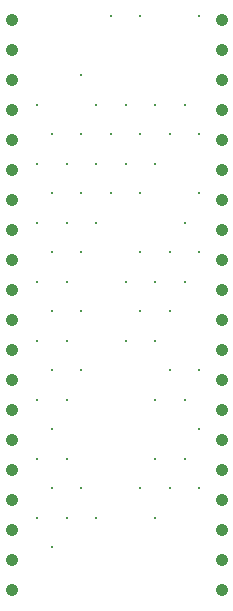
<source format=gbr>
%TF.GenerationSoftware,Altium Limited,Altium Designer,23.10.1 (27)*%
G04 Layer_Color=0*
%FSLAX45Y45*%
%MOMM*%
%TF.SameCoordinates,7A70C931-5BDF-4ABD-901A-901AFED5F3BC*%
%TF.FilePolarity,Positive*%
%TF.FileFunction,Plated,1,2,PTH,Drill*%
%TF.Part,Single*%
G01*
G75*
%TA.AperFunction,ComponentDrill*%
%ADD38C,1.04000*%
%TA.AperFunction,ViaDrill,NotFilled*%
%ADD39C,0.30000*%
D38*
X889000Y4976500D02*
D03*
Y4722500D02*
D03*
Y4468500D02*
D03*
Y4214500D02*
D03*
Y3960500D02*
D03*
Y3706500D02*
D03*
Y3452500D02*
D03*
Y3198500D02*
D03*
Y2944500D02*
D03*
Y2690500D02*
D03*
Y2436500D02*
D03*
Y2182500D02*
D03*
Y1928500D02*
D03*
Y1674500D02*
D03*
Y1420500D02*
D03*
Y1166500D02*
D03*
Y912500D02*
D03*
Y658500D02*
D03*
Y404500D02*
D03*
Y150500D02*
D03*
X-889000D02*
D03*
Y404500D02*
D03*
Y658500D02*
D03*
Y912500D02*
D03*
Y1166500D02*
D03*
Y1420500D02*
D03*
Y1674500D02*
D03*
Y1928500D02*
D03*
Y2182500D02*
D03*
Y2436500D02*
D03*
Y2690500D02*
D03*
Y2944500D02*
D03*
Y3198500D02*
D03*
Y3452500D02*
D03*
Y3706500D02*
D03*
Y3960500D02*
D03*
Y4214500D02*
D03*
Y4468500D02*
D03*
Y4722500D02*
D03*
Y4976500D02*
D03*
D39*
X700000Y5013500D02*
D03*
Y4013500D02*
D03*
Y3513500D02*
D03*
Y3013500D02*
D03*
Y2013500D02*
D03*
Y1513500D02*
D03*
Y1013500D02*
D03*
X575000Y4263500D02*
D03*
X450000Y4013500D02*
D03*
X575000Y3263500D02*
D03*
X450000Y3013500D02*
D03*
X575000Y2763500D02*
D03*
X450000Y2513500D02*
D03*
Y2013500D02*
D03*
X575000Y1763500D02*
D03*
Y1263500D02*
D03*
X450000Y1013500D02*
D03*
X200000Y5013500D02*
D03*
X325000Y4263500D02*
D03*
X200000Y4013500D02*
D03*
X325000Y3763500D02*
D03*
X200000Y3513500D02*
D03*
Y3013500D02*
D03*
X325000Y2763500D02*
D03*
X200000Y2513500D02*
D03*
X325000Y2263500D02*
D03*
Y1763500D02*
D03*
Y1263500D02*
D03*
X200000Y1013500D02*
D03*
X325000Y763500D02*
D03*
X-50000Y5013500D02*
D03*
X75000Y4263500D02*
D03*
X-50000Y4013500D02*
D03*
X75000Y3763500D02*
D03*
X-50000Y3513500D02*
D03*
X75000Y2763500D02*
D03*
Y2263500D02*
D03*
X-300000Y4513500D02*
D03*
X-175000Y4263500D02*
D03*
X-300000Y4013500D02*
D03*
X-175000Y3763500D02*
D03*
X-300000Y3513500D02*
D03*
X-175000Y3263500D02*
D03*
X-300000Y3013500D02*
D03*
Y2513500D02*
D03*
Y2013500D02*
D03*
Y1013500D02*
D03*
X-175000Y763500D02*
D03*
X-550000Y4013500D02*
D03*
X-425000Y3763500D02*
D03*
X-550000Y3513500D02*
D03*
X-425000Y3263500D02*
D03*
X-550000Y3013500D02*
D03*
X-425000Y2763500D02*
D03*
X-550000Y2513500D02*
D03*
X-425000Y2263500D02*
D03*
X-550000Y2013500D02*
D03*
X-425000Y1763500D02*
D03*
X-550000Y1513500D02*
D03*
X-425000Y1263500D02*
D03*
X-550000Y1013500D02*
D03*
X-425000Y763500D02*
D03*
X-550000Y513500D02*
D03*
X-675000Y4263500D02*
D03*
Y3763500D02*
D03*
Y3263500D02*
D03*
Y2763500D02*
D03*
Y2263500D02*
D03*
Y1763500D02*
D03*
Y1263500D02*
D03*
Y763500D02*
D03*
%TF.MD5,14c5d6c9d44f33cc45d8e3878cc0b12f*%
M02*

</source>
